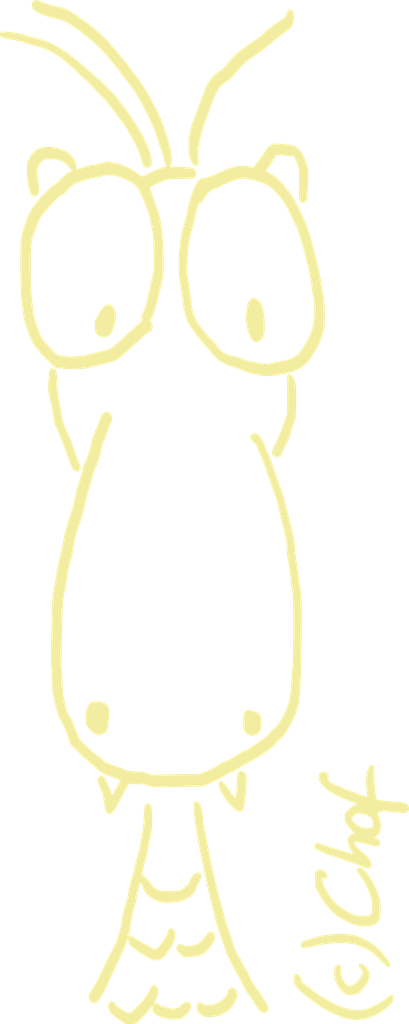
<source format=kicad_pcb>
(kicad_pcb (version 20221018) (generator pcbnew)
  (title_block (company "chof.org"))
  (layers (0 "F.Cu" signal) (31 "B.Cu" signal) (34 "B.Paste" user) (35 "F.Paste" user) (36 "B.SilkS" user "B.Silkscreen") (37 "F.SilkS" user "F.Silkscreen") (38 "B.Mask" user) (39 "F.Mask" user) (44 "Edge.Cuts" user))
  (net 0 "")
  (footprint "Chof747 Logos:LOGO small" (layer "F.Cu") (at 137.05 90.9)
    (fp_text reference "G***" hide)
    (fp_text value "LOGO" hide)
  )
)
</source>
